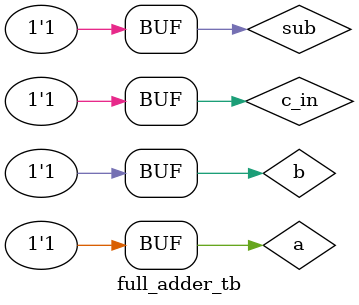
<source format=sv>
`timescale 1ps/1ps


module full_adder(a, b, c_in, sub, c_out, out);
	input a, b, c_in, sub;
	output out, c_out;
	
	// output logic
	logic not_b, sel_b;

	not #(50) inv1 (not_b, b);
	xor #(50) xor1 (out, sel_b, a, c_in);
	
	multiplexer mux_sub (.a(b), .b(not_b), .s(sub), .y(sel_b));
	
	// carry out logic
	logic c_in_and_a, c_in_and_b, a_and_b;
	
	and #(50) and1 (c_in_and_b, sel_b, c_in);
	and #(50) and2 (c_in_and_a, a, c_in);
	and #(50) and3 (a_and_b, sel_b, a);
	or #(50) or1 (c_out, c_in_and_b, c_in_and_a, a_and_b);
endmodule 

module full_adder_tb();
	logic a, b, c_in, sub;
	logic out, c_out;
	
	full_adder dut(.a, .b, .c_in, .sub, .out, .c_out);
	
	initial begin
		sub = 0; #500;
		for(int i = 0; i < 8; i = i + 1) begin
			{a, b, c_in} = i; #500;
		end
		sub = 1; #500;
		for(int i = 0; i < 8; i = i + 1) begin
			{a, b, c_in} = i; #500;
		end
	end
endmodule 
</source>
